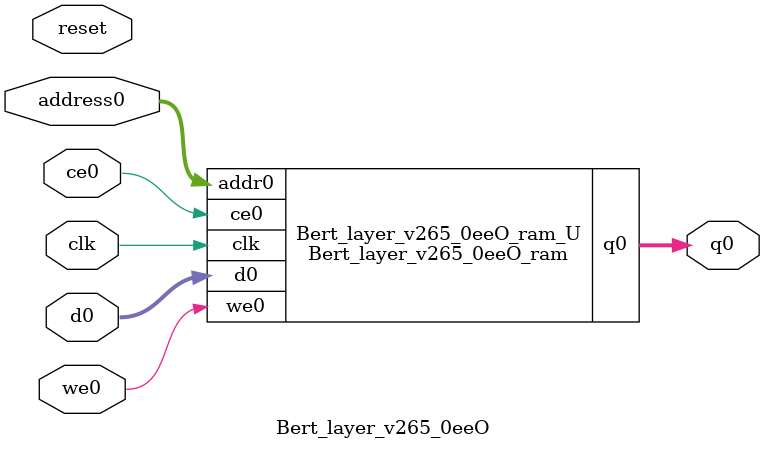
<source format=v>
`timescale 1 ns / 1 ps
module Bert_layer_v265_0eeO_ram (addr0, ce0, d0, we0, q0,  clk);

parameter DWIDTH = 24;
parameter AWIDTH = 6;
parameter MEM_SIZE = 64;

input[AWIDTH-1:0] addr0;
input ce0;
input[DWIDTH-1:0] d0;
input we0;
output reg[DWIDTH-1:0] q0;
input clk;

(* ram_style = "block" *)reg [DWIDTH-1:0] ram[0:MEM_SIZE-1];




always @(posedge clk)  
begin 
    if (ce0) begin
        if (we0) 
            ram[addr0] <= d0; 
        q0 <= ram[addr0];
    end
end


endmodule

`timescale 1 ns / 1 ps
module Bert_layer_v265_0eeO(
    reset,
    clk,
    address0,
    ce0,
    we0,
    d0,
    q0);

parameter DataWidth = 32'd24;
parameter AddressRange = 32'd64;
parameter AddressWidth = 32'd6;
input reset;
input clk;
input[AddressWidth - 1:0] address0;
input ce0;
input we0;
input[DataWidth - 1:0] d0;
output[DataWidth - 1:0] q0;



Bert_layer_v265_0eeO_ram Bert_layer_v265_0eeO_ram_U(
    .clk( clk ),
    .addr0( address0 ),
    .ce0( ce0 ),
    .we0( we0 ),
    .d0( d0 ),
    .q0( q0 ));

endmodule


</source>
